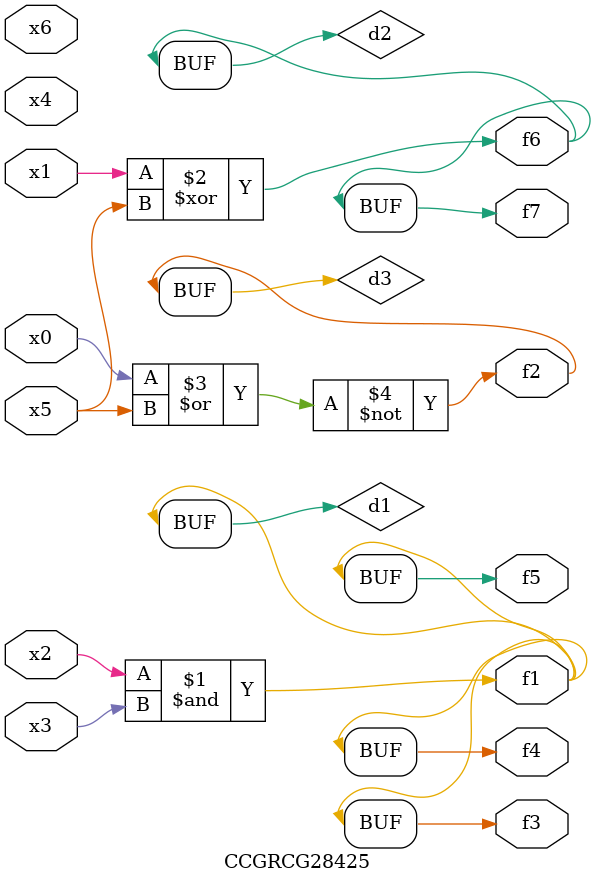
<source format=v>
module CCGRCG28425(
	input x0, x1, x2, x3, x4, x5, x6,
	output f1, f2, f3, f4, f5, f6, f7
);

	wire d1, d2, d3;

	and (d1, x2, x3);
	xor (d2, x1, x5);
	nor (d3, x0, x5);
	assign f1 = d1;
	assign f2 = d3;
	assign f3 = d1;
	assign f4 = d1;
	assign f5 = d1;
	assign f6 = d2;
	assign f7 = d2;
endmodule

</source>
